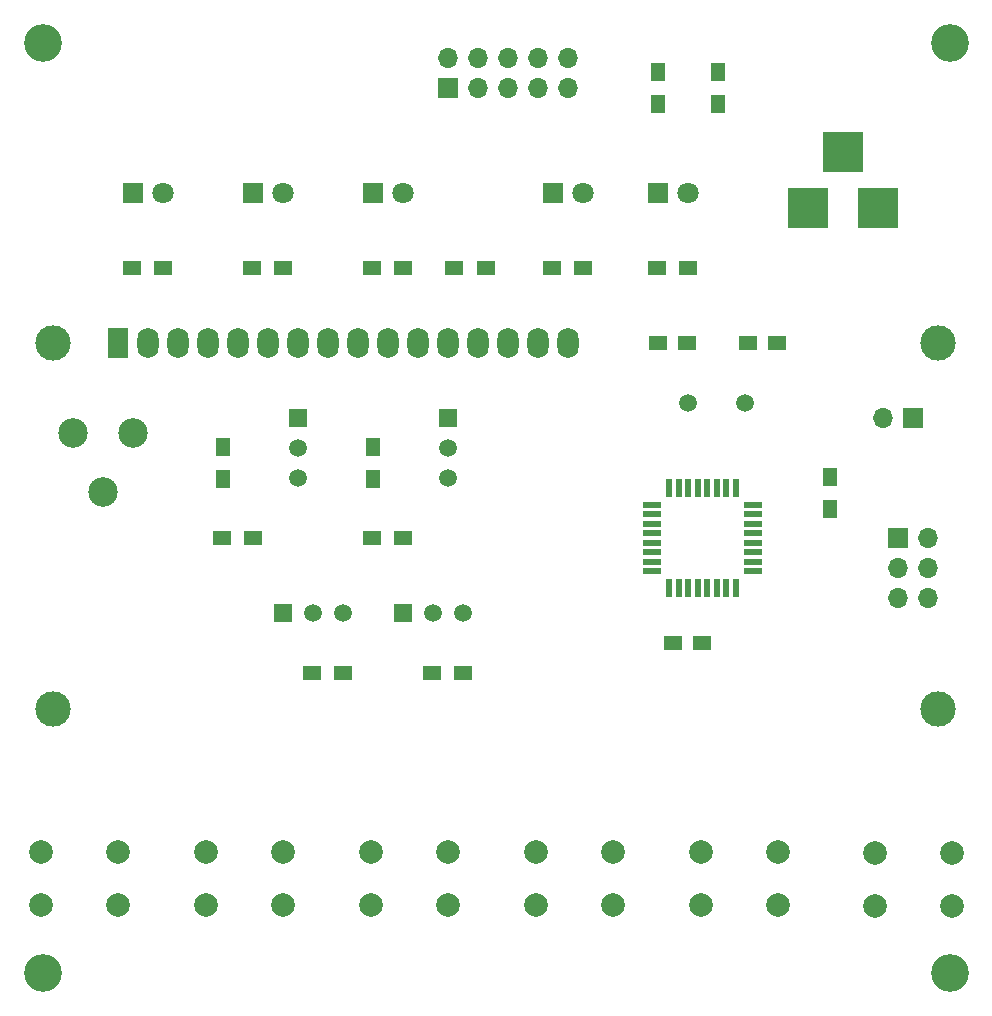
<source format=gts>
G04 #@! TF.GenerationSoftware,KiCad,Pcbnew,(5.1.10-1-10_14)*
G04 #@! TF.CreationDate,2022-01-06T13:36:13+01:00*
G04 #@! TF.ProjectId,TrainSpeedo,54726169-6e53-4706-9565-646f2e6b6963,1.0a*
G04 #@! TF.SameCoordinates,Original*
G04 #@! TF.FileFunction,Soldermask,Top*
G04 #@! TF.FilePolarity,Negative*
%FSLAX46Y46*%
G04 Gerber Fmt 4.6, Leading zero omitted, Abs format (unit mm)*
G04 Created by KiCad (PCBNEW (5.1.10-1-10_14)) date 2022-01-06 13:36:13*
%MOMM*%
%LPD*%
G01*
G04 APERTURE LIST*
%ADD10R,1.500000X1.250000*%
%ADD11C,1.800000*%
%ADD12R,1.800000X1.800000*%
%ADD13R,3.500000X3.500000*%
%ADD14O,1.700000X1.700000*%
%ADD15R,1.700000X1.700000*%
%ADD16R,1.500000X1.300000*%
%ADD17R,1.300000X1.500000*%
%ADD18C,2.000000*%
%ADD19C,1.500000*%
%ADD20R,1.600000X0.550000*%
%ADD21R,0.550000X1.600000*%
%ADD22R,1.520000X1.520000*%
%ADD23C,1.520000*%
%ADD24C,3.000000*%
%ADD25O,1.800000X2.600000*%
%ADD26R,1.800000X2.600000*%
%ADD27C,2.500000*%
%ADD28C,3.200000*%
G04 APERTURE END LIST*
D10*
X165120000Y-81280000D03*
X167620000Y-81280000D03*
X157500000Y-81280000D03*
X160000000Y-81280000D03*
X161270000Y-106680000D03*
X158770000Y-106680000D03*
D11*
X151130000Y-68580000D03*
D12*
X148590000Y-68580000D03*
X157480000Y-68580000D03*
D11*
X160020000Y-68580000D03*
X115570000Y-68580000D03*
D12*
X113030000Y-68580000D03*
X123190000Y-68580000D03*
D11*
X125730000Y-68580000D03*
X135890000Y-68580000D03*
D12*
X133350000Y-68580000D03*
D13*
X173180000Y-65150000D03*
X176180000Y-69850000D03*
X170180000Y-69850000D03*
D14*
X149860000Y-57150000D03*
X149860000Y-59690000D03*
X147320000Y-57150000D03*
X147320000Y-59690000D03*
X144780000Y-57150000D03*
X144780000Y-59690000D03*
X142240000Y-57150000D03*
X142240000Y-59690000D03*
X139700000Y-57150000D03*
D15*
X139700000Y-59690000D03*
D14*
X180340000Y-102870000D03*
X177800000Y-102870000D03*
X180340000Y-100330000D03*
X177800000Y-100330000D03*
X180340000Y-97790000D03*
D15*
X177800000Y-97790000D03*
D14*
X176530000Y-87630000D03*
D15*
X179070000Y-87630000D03*
D16*
X151210000Y-74930000D03*
X148510000Y-74930000D03*
X160100000Y-74930000D03*
X157400000Y-74930000D03*
D17*
X157480000Y-61040000D03*
X157480000Y-58340000D03*
X162560000Y-58340000D03*
X162560000Y-61040000D03*
X120650000Y-90090000D03*
X120650000Y-92790000D03*
X133350000Y-92790000D03*
X133350000Y-90090000D03*
D16*
X120570000Y-97790000D03*
X123270000Y-97790000D03*
X135970000Y-97790000D03*
X133270000Y-97790000D03*
X130890000Y-109220000D03*
X128190000Y-109220000D03*
X141050000Y-109220000D03*
X138350000Y-109220000D03*
D17*
X172085000Y-95330000D03*
X172085000Y-92630000D03*
D16*
X142955000Y-74930000D03*
X140255000Y-74930000D03*
X115650000Y-74930000D03*
X112950000Y-74930000D03*
X123110000Y-74930000D03*
X125810000Y-74930000D03*
X135970000Y-74930000D03*
X133270000Y-74930000D03*
D18*
X111760000Y-124405000D03*
X111760000Y-128905000D03*
X105260000Y-124405000D03*
X105260000Y-128905000D03*
X119230000Y-128905000D03*
X119230000Y-124405000D03*
X125730000Y-128905000D03*
X125730000Y-124405000D03*
X139700000Y-124405000D03*
X139700000Y-128905000D03*
X133200000Y-124405000D03*
X133200000Y-128905000D03*
X161140000Y-128905000D03*
X161140000Y-124405000D03*
X167640000Y-128905000D03*
X167640000Y-124405000D03*
X153670000Y-124405000D03*
X153670000Y-128905000D03*
X147170000Y-124405000D03*
X147170000Y-128905000D03*
X182395000Y-124460000D03*
X182395000Y-128960000D03*
X175895000Y-124460000D03*
X175895000Y-128960000D03*
D19*
X164900000Y-86360000D03*
X160020000Y-86360000D03*
D20*
X165540000Y-94990000D03*
X165540000Y-95790000D03*
X165540000Y-96590000D03*
X165540000Y-97390000D03*
X165540000Y-98190000D03*
X165540000Y-98990000D03*
X165540000Y-99790000D03*
X165540000Y-100590000D03*
D21*
X164090000Y-102040000D03*
X163290000Y-102040000D03*
X162490000Y-102040000D03*
X161690000Y-102040000D03*
X160890000Y-102040000D03*
X160090000Y-102040000D03*
X159290000Y-102040000D03*
X158490000Y-102040000D03*
D20*
X157040000Y-100590000D03*
X157040000Y-99790000D03*
X157040000Y-98990000D03*
X157040000Y-98190000D03*
X157040000Y-97390000D03*
X157040000Y-96590000D03*
X157040000Y-95790000D03*
X157040000Y-94990000D03*
D21*
X158490000Y-93540000D03*
X159290000Y-93540000D03*
X160090000Y-93540000D03*
X160890000Y-93540000D03*
X161690000Y-93540000D03*
X162490000Y-93540000D03*
X163290000Y-93540000D03*
X164090000Y-93540000D03*
D22*
X127000000Y-87630000D03*
D23*
X127000000Y-92710000D03*
X127000000Y-90170000D03*
D22*
X139700000Y-87630000D03*
D23*
X139700000Y-92710000D03*
X139700000Y-90170000D03*
X128270000Y-104140000D03*
X130810000Y-104140000D03*
D22*
X125730000Y-104140000D03*
D23*
X138430000Y-104140000D03*
X140970000Y-104140000D03*
D22*
X135890000Y-104140000D03*
D24*
X181260000Y-81280000D03*
X181259480Y-112280700D03*
X106260900Y-112280700D03*
X106260900Y-81280000D03*
D25*
X149860000Y-81280000D03*
X147320000Y-81280000D03*
X144780000Y-81280000D03*
X142240000Y-81280000D03*
X139700000Y-81280000D03*
X137160000Y-81280000D03*
X134620000Y-81280000D03*
X132080000Y-81280000D03*
X129540000Y-81280000D03*
X127000000Y-81280000D03*
X124460000Y-81280000D03*
X121920000Y-81280000D03*
X119380000Y-81280000D03*
X116840000Y-81280000D03*
X114300000Y-81280000D03*
D26*
X111760000Y-81280000D03*
D27*
X113030000Y-88900000D03*
X108030000Y-88900000D03*
X110530000Y-93940000D03*
D28*
X105410000Y-55880000D03*
X182245000Y-55880000D03*
X105410000Y-134620000D03*
X182245000Y-134620000D03*
M02*

</source>
